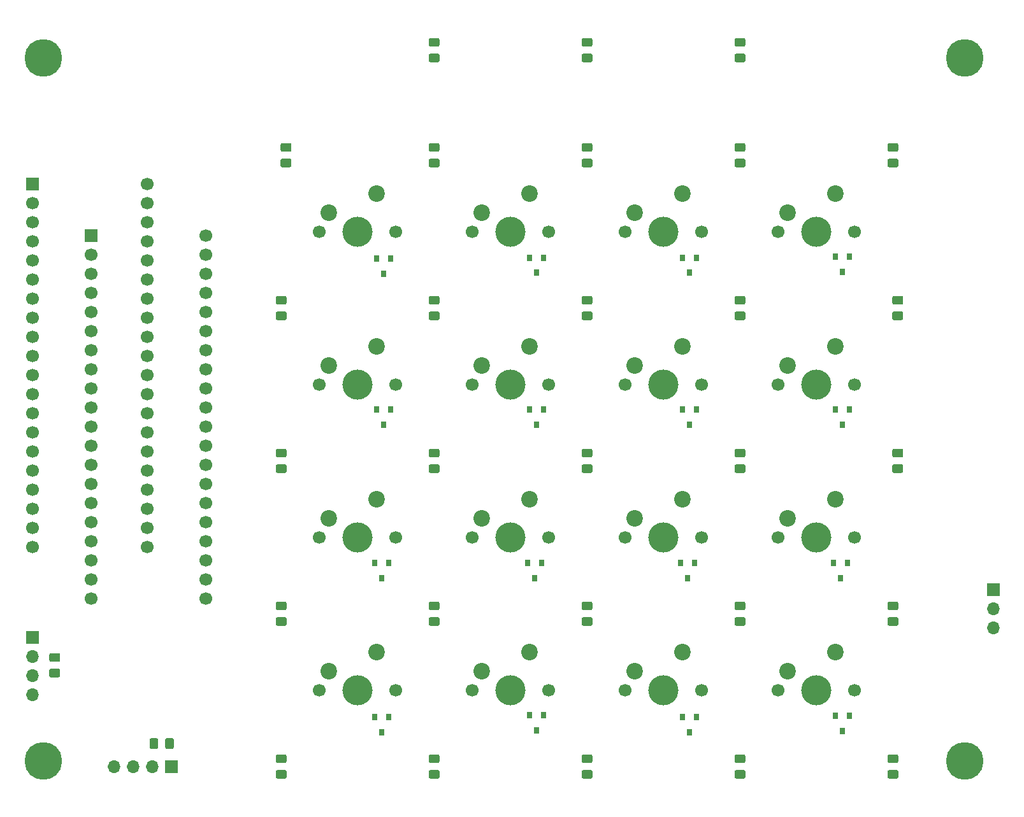
<source format=gbr>
%TF.GenerationSoftware,KiCad,Pcbnew,(5.1.9)-1*%
%TF.CreationDate,2021-04-29T15:18:10+10:00*%
%TF.ProjectId,MiniKeyboard,4d696e69-4b65-4796-926f-6172642e6b69,rev?*%
%TF.SameCoordinates,Original*%
%TF.FileFunction,Soldermask,Bot*%
%TF.FilePolarity,Negative*%
%FSLAX46Y46*%
G04 Gerber Fmt 4.6, Leading zero omitted, Abs format (unit mm)*
G04 Created by KiCad (PCBNEW (5.1.9)-1) date 2021-04-29 15:18:10*
%MOMM*%
%LPD*%
G01*
G04 APERTURE LIST*
%ADD10R,0.800000X0.900000*%
%ADD11R,1.700000X1.700000*%
%ADD12C,1.700000*%
%ADD13C,4.000000*%
%ADD14C,2.200000*%
%ADD15O,1.700000X1.700000*%
%ADD16C,5.000000*%
G04 APERTURE END LIST*
D10*
%TO.C,D44*%
X203454000Y-141335000D03*
X204404000Y-139335000D03*
X202504000Y-139335000D03*
%TD*%
%TO.C,D43*%
X183134000Y-141462000D03*
X184084000Y-139462000D03*
X182184000Y-139462000D03*
%TD*%
%TO.C,D42*%
X162814000Y-141208000D03*
X163764000Y-139208000D03*
X161864000Y-139208000D03*
%TD*%
%TO.C,D41*%
X142240000Y-141462000D03*
X143190000Y-139462000D03*
X141290000Y-139462000D03*
%TD*%
%TO.C,D35*%
X203200000Y-121015000D03*
X204150000Y-119015000D03*
X202250000Y-119015000D03*
%TD*%
%TO.C,D34*%
X182880000Y-121015000D03*
X183830000Y-119015000D03*
X181930000Y-119015000D03*
%TD*%
%TO.C,D33*%
X162560000Y-121015000D03*
X163510000Y-119015000D03*
X161610000Y-119015000D03*
%TD*%
%TO.C,D32*%
X142240000Y-121015000D03*
X143190000Y-119015000D03*
X141290000Y-119015000D03*
%TD*%
%TO.C,D26*%
X203454000Y-100568000D03*
X204404000Y-98568000D03*
X202504000Y-98568000D03*
%TD*%
%TO.C,D25*%
X183134000Y-100568000D03*
X184084000Y-98568000D03*
X182184000Y-98568000D03*
%TD*%
%TO.C,D24*%
X162814000Y-100568000D03*
X163764000Y-98568000D03*
X161864000Y-98568000D03*
%TD*%
%TO.C,D23*%
X142494000Y-100568000D03*
X143444000Y-98568000D03*
X141544000Y-98568000D03*
%TD*%
%TO.C,D22*%
X203454000Y-80248000D03*
X204404000Y-78248000D03*
X202504000Y-78248000D03*
%TD*%
%TO.C,D21*%
X183134000Y-80384000D03*
X184084000Y-78384000D03*
X182184000Y-78384000D03*
%TD*%
%TO.C,D20*%
X162814000Y-80384000D03*
X163764000Y-78384000D03*
X161864000Y-78384000D03*
%TD*%
%TO.C,D19*%
X142494000Y-80502000D03*
X143444000Y-78502000D03*
X141544000Y-78502000D03*
%TD*%
D11*
%TO.C,U2*%
X103625000Y-75485000D03*
D12*
X103625000Y-83105000D03*
X103625000Y-80565000D03*
X118865000Y-80565000D03*
X118865000Y-85645000D03*
X103625000Y-85645000D03*
X103625000Y-88185000D03*
X118865000Y-90725000D03*
X118865000Y-93265000D03*
X118865000Y-75485000D03*
X103625000Y-93265000D03*
X118865000Y-83105000D03*
X118865000Y-78025000D03*
X118865000Y-95805000D03*
X103625000Y-95805000D03*
X118865000Y-88185000D03*
X118865000Y-98345000D03*
X103625000Y-98345000D03*
X103625000Y-90725000D03*
X103625000Y-78025000D03*
X118865000Y-100885000D03*
X103625000Y-103425000D03*
X118865000Y-118665000D03*
X118865000Y-121205000D03*
X103625000Y-123745000D03*
X118865000Y-113585000D03*
X118865000Y-123745000D03*
X118865000Y-116125000D03*
X103625000Y-105965000D03*
X103625000Y-108505000D03*
X118865000Y-108505000D03*
X118865000Y-103425000D03*
X118865000Y-105965000D03*
X103625000Y-111045000D03*
X103625000Y-121205000D03*
X103625000Y-100885000D03*
X103625000Y-116125000D03*
X118865000Y-111045000D03*
X103625000Y-113585000D03*
X103625000Y-118665000D03*
%TD*%
%TO.C,U1*%
X95885000Y-116840000D03*
X111125000Y-116840000D03*
X95885000Y-114300000D03*
X111125000Y-114300000D03*
X95885000Y-111760000D03*
X111125000Y-111760000D03*
X95885000Y-109220000D03*
X111125000Y-109220000D03*
X95885000Y-106680000D03*
X111125000Y-106680000D03*
X95885000Y-104140000D03*
X111125000Y-104140000D03*
X95885000Y-101600000D03*
X111125000Y-101600000D03*
X95885000Y-99060000D03*
X111125000Y-99060000D03*
X95885000Y-96520000D03*
X111125000Y-96520000D03*
X95885000Y-93980000D03*
X111125000Y-93980000D03*
X95885000Y-91440000D03*
X111125000Y-91440000D03*
X95885000Y-88900000D03*
X111125000Y-88900000D03*
X95885000Y-86360000D03*
X111125000Y-86360000D03*
X95885000Y-83820000D03*
X111125000Y-83820000D03*
X95885000Y-81280000D03*
X111125000Y-81280000D03*
X95885000Y-78740000D03*
X111125000Y-78740000D03*
X95885000Y-76200000D03*
X111125000Y-76200000D03*
X95885000Y-73660000D03*
X111125000Y-73660000D03*
X95885000Y-71120000D03*
X111125000Y-71120000D03*
D11*
X95885000Y-68580000D03*
D12*
X111125000Y-68580000D03*
%TD*%
%TO.C,SW16*%
X205105000Y-135890000D03*
X194945000Y-135890000D03*
D13*
X200025000Y-135890000D03*
D14*
X196215000Y-133350000D03*
X202565000Y-130810000D03*
%TD*%
D12*
%TO.C,SW15*%
X184785000Y-135890000D03*
X174625000Y-135890000D03*
D13*
X179705000Y-135890000D03*
D14*
X175895000Y-133350000D03*
X182245000Y-130810000D03*
%TD*%
D12*
%TO.C,SW14*%
X164465000Y-135890000D03*
X154305000Y-135890000D03*
D13*
X159385000Y-135890000D03*
D14*
X155575000Y-133350000D03*
X161925000Y-130810000D03*
%TD*%
D12*
%TO.C,SW13*%
X144145000Y-135890000D03*
X133985000Y-135890000D03*
D13*
X139065000Y-135890000D03*
D14*
X135255000Y-133350000D03*
X141605000Y-130810000D03*
%TD*%
D12*
%TO.C,SW12*%
X205105000Y-115570000D03*
X194945000Y-115570000D03*
D13*
X200025000Y-115570000D03*
D14*
X196215000Y-113030000D03*
X202565000Y-110490000D03*
%TD*%
D12*
%TO.C,SW11*%
X184785000Y-115570000D03*
X174625000Y-115570000D03*
D13*
X179705000Y-115570000D03*
D14*
X175895000Y-113030000D03*
X182245000Y-110490000D03*
%TD*%
D12*
%TO.C,SW10*%
X164465000Y-115570000D03*
X154305000Y-115570000D03*
D13*
X159385000Y-115570000D03*
D14*
X155575000Y-113030000D03*
X161925000Y-110490000D03*
%TD*%
D12*
%TO.C,SW9*%
X144145000Y-115570000D03*
X133985000Y-115570000D03*
D13*
X139065000Y-115570000D03*
D14*
X135255000Y-113030000D03*
X141605000Y-110490000D03*
%TD*%
D12*
%TO.C,SW8*%
X205105000Y-95250000D03*
X194945000Y-95250000D03*
D13*
X200025000Y-95250000D03*
D14*
X196215000Y-92710000D03*
X202565000Y-90170000D03*
%TD*%
D12*
%TO.C,SW7*%
X184785000Y-95250000D03*
X174625000Y-95250000D03*
D13*
X179705000Y-95250000D03*
D14*
X175895000Y-92710000D03*
X182245000Y-90170000D03*
%TD*%
D12*
%TO.C,SW6*%
X164465000Y-95250000D03*
X154305000Y-95250000D03*
D13*
X159385000Y-95250000D03*
D14*
X155575000Y-92710000D03*
X161925000Y-90170000D03*
%TD*%
D12*
%TO.C,SW5*%
X144145000Y-95250000D03*
X133985000Y-95250000D03*
D13*
X139065000Y-95250000D03*
D14*
X135255000Y-92710000D03*
X141605000Y-90170000D03*
%TD*%
D12*
%TO.C,SW4*%
X205105000Y-74930000D03*
X194945000Y-74930000D03*
D13*
X200025000Y-74930000D03*
D14*
X196215000Y-72390000D03*
X202565000Y-69850000D03*
%TD*%
D12*
%TO.C,SW3*%
X184785000Y-74930000D03*
X174625000Y-74930000D03*
D13*
X179705000Y-74930000D03*
D14*
X175895000Y-72390000D03*
X182245000Y-69850000D03*
%TD*%
D12*
%TO.C,SW2*%
X164465000Y-74930000D03*
X154305000Y-74930000D03*
D13*
X159385000Y-74930000D03*
D14*
X155575000Y-72390000D03*
X161925000Y-69850000D03*
%TD*%
D12*
%TO.C,SW1*%
X144145000Y-74930000D03*
X133985000Y-74930000D03*
D13*
X139065000Y-74930000D03*
D14*
X135255000Y-72390000D03*
X141605000Y-69850000D03*
%TD*%
D15*
%TO.C,J3*%
X223520000Y-127635000D03*
X223520000Y-125095000D03*
D11*
X223520000Y-122555000D03*
%TD*%
D15*
%TO.C,J2*%
X95885000Y-136525000D03*
X95885000Y-133985000D03*
X95885000Y-131445000D03*
D11*
X95885000Y-128905000D03*
%TD*%
D15*
%TO.C,J1*%
X106680000Y-146050000D03*
X109220000Y-146050000D03*
X111760000Y-146050000D03*
D11*
X114300000Y-146050000D03*
%TD*%
D16*
%TO.C,H4*%
X219710000Y-51816000D03*
%TD*%
%TO.C,H3*%
X97282000Y-145288000D03*
%TD*%
%TO.C,H2*%
X97282000Y-51816000D03*
%TD*%
%TO.C,H1*%
X219710000Y-145288000D03*
%TD*%
%TO.C,C30*%
G36*
G01*
X99281000Y-132138000D02*
X98331000Y-132138000D01*
G75*
G02*
X98081000Y-131888000I0J250000D01*
G01*
X98081000Y-131213000D01*
G75*
G02*
X98331000Y-130963000I250000J0D01*
G01*
X99281000Y-130963000D01*
G75*
G02*
X99531000Y-131213000I0J-250000D01*
G01*
X99531000Y-131888000D01*
G75*
G02*
X99281000Y-132138000I-250000J0D01*
G01*
G37*
G36*
G01*
X99281000Y-134213000D02*
X98331000Y-134213000D01*
G75*
G02*
X98081000Y-133963000I0J250000D01*
G01*
X98081000Y-133288000D01*
G75*
G02*
X98331000Y-133038000I250000J0D01*
G01*
X99281000Y-133038000D01*
G75*
G02*
X99531000Y-133288000I0J-250000D01*
G01*
X99531000Y-133963000D01*
G75*
G02*
X99281000Y-134213000I-250000J0D01*
G01*
G37*
%TD*%
%TO.C,C29*%
G36*
G01*
X113480000Y-143477000D02*
X113480000Y-142527000D01*
G75*
G02*
X113730000Y-142277000I250000J0D01*
G01*
X114405000Y-142277000D01*
G75*
G02*
X114655000Y-142527000I0J-250000D01*
G01*
X114655000Y-143477000D01*
G75*
G02*
X114405000Y-143727000I-250000J0D01*
G01*
X113730000Y-143727000D01*
G75*
G02*
X113480000Y-143477000I0J250000D01*
G01*
G37*
G36*
G01*
X111405000Y-143477000D02*
X111405000Y-142527000D01*
G75*
G02*
X111655000Y-142277000I250000J0D01*
G01*
X112330000Y-142277000D01*
G75*
G02*
X112580000Y-142527000I0J-250000D01*
G01*
X112580000Y-143477000D01*
G75*
G02*
X112330000Y-143727000I-250000J0D01*
G01*
X111655000Y-143727000D01*
G75*
G02*
X111405000Y-143477000I0J250000D01*
G01*
G37*
%TD*%
%TO.C,C28*%
G36*
G01*
X209710000Y-146500000D02*
X210660000Y-146500000D01*
G75*
G02*
X210910000Y-146750000I0J-250000D01*
G01*
X210910000Y-147425000D01*
G75*
G02*
X210660000Y-147675000I-250000J0D01*
G01*
X209710000Y-147675000D01*
G75*
G02*
X209460000Y-147425000I0J250000D01*
G01*
X209460000Y-146750000D01*
G75*
G02*
X209710000Y-146500000I250000J0D01*
G01*
G37*
G36*
G01*
X209710000Y-144425000D02*
X210660000Y-144425000D01*
G75*
G02*
X210910000Y-144675000I0J-250000D01*
G01*
X210910000Y-145350000D01*
G75*
G02*
X210660000Y-145600000I-250000J0D01*
G01*
X209710000Y-145600000D01*
G75*
G02*
X209460000Y-145350000I0J250000D01*
G01*
X209460000Y-144675000D01*
G75*
G02*
X209710000Y-144425000I250000J0D01*
G01*
G37*
%TD*%
%TO.C,C27*%
G36*
G01*
X189390000Y-146500000D02*
X190340000Y-146500000D01*
G75*
G02*
X190590000Y-146750000I0J-250000D01*
G01*
X190590000Y-147425000D01*
G75*
G02*
X190340000Y-147675000I-250000J0D01*
G01*
X189390000Y-147675000D01*
G75*
G02*
X189140000Y-147425000I0J250000D01*
G01*
X189140000Y-146750000D01*
G75*
G02*
X189390000Y-146500000I250000J0D01*
G01*
G37*
G36*
G01*
X189390000Y-144425000D02*
X190340000Y-144425000D01*
G75*
G02*
X190590000Y-144675000I0J-250000D01*
G01*
X190590000Y-145350000D01*
G75*
G02*
X190340000Y-145600000I-250000J0D01*
G01*
X189390000Y-145600000D01*
G75*
G02*
X189140000Y-145350000I0J250000D01*
G01*
X189140000Y-144675000D01*
G75*
G02*
X189390000Y-144425000I250000J0D01*
G01*
G37*
%TD*%
%TO.C,C26*%
G36*
G01*
X169070000Y-146500000D02*
X170020000Y-146500000D01*
G75*
G02*
X170270000Y-146750000I0J-250000D01*
G01*
X170270000Y-147425000D01*
G75*
G02*
X170020000Y-147675000I-250000J0D01*
G01*
X169070000Y-147675000D01*
G75*
G02*
X168820000Y-147425000I0J250000D01*
G01*
X168820000Y-146750000D01*
G75*
G02*
X169070000Y-146500000I250000J0D01*
G01*
G37*
G36*
G01*
X169070000Y-144425000D02*
X170020000Y-144425000D01*
G75*
G02*
X170270000Y-144675000I0J-250000D01*
G01*
X170270000Y-145350000D01*
G75*
G02*
X170020000Y-145600000I-250000J0D01*
G01*
X169070000Y-145600000D01*
G75*
G02*
X168820000Y-145350000I0J250000D01*
G01*
X168820000Y-144675000D01*
G75*
G02*
X169070000Y-144425000I250000J0D01*
G01*
G37*
%TD*%
%TO.C,C25*%
G36*
G01*
X148750000Y-146500000D02*
X149700000Y-146500000D01*
G75*
G02*
X149950000Y-146750000I0J-250000D01*
G01*
X149950000Y-147425000D01*
G75*
G02*
X149700000Y-147675000I-250000J0D01*
G01*
X148750000Y-147675000D01*
G75*
G02*
X148500000Y-147425000I0J250000D01*
G01*
X148500000Y-146750000D01*
G75*
G02*
X148750000Y-146500000I250000J0D01*
G01*
G37*
G36*
G01*
X148750000Y-144425000D02*
X149700000Y-144425000D01*
G75*
G02*
X149950000Y-144675000I0J-250000D01*
G01*
X149950000Y-145350000D01*
G75*
G02*
X149700000Y-145600000I-250000J0D01*
G01*
X148750000Y-145600000D01*
G75*
G02*
X148500000Y-145350000I0J250000D01*
G01*
X148500000Y-144675000D01*
G75*
G02*
X148750000Y-144425000I250000J0D01*
G01*
G37*
%TD*%
%TO.C,C24*%
G36*
G01*
X128430000Y-146500000D02*
X129380000Y-146500000D01*
G75*
G02*
X129630000Y-146750000I0J-250000D01*
G01*
X129630000Y-147425000D01*
G75*
G02*
X129380000Y-147675000I-250000J0D01*
G01*
X128430000Y-147675000D01*
G75*
G02*
X128180000Y-147425000I0J250000D01*
G01*
X128180000Y-146750000D01*
G75*
G02*
X128430000Y-146500000I250000J0D01*
G01*
G37*
G36*
G01*
X128430000Y-144425000D02*
X129380000Y-144425000D01*
G75*
G02*
X129630000Y-144675000I0J-250000D01*
G01*
X129630000Y-145350000D01*
G75*
G02*
X129380000Y-145600000I-250000J0D01*
G01*
X128430000Y-145600000D01*
G75*
G02*
X128180000Y-145350000I0J250000D01*
G01*
X128180000Y-144675000D01*
G75*
G02*
X128430000Y-144425000I250000J0D01*
G01*
G37*
%TD*%
%TO.C,C23*%
G36*
G01*
X209710000Y-126180000D02*
X210660000Y-126180000D01*
G75*
G02*
X210910000Y-126430000I0J-250000D01*
G01*
X210910000Y-127105000D01*
G75*
G02*
X210660000Y-127355000I-250000J0D01*
G01*
X209710000Y-127355000D01*
G75*
G02*
X209460000Y-127105000I0J250000D01*
G01*
X209460000Y-126430000D01*
G75*
G02*
X209710000Y-126180000I250000J0D01*
G01*
G37*
G36*
G01*
X209710000Y-124105000D02*
X210660000Y-124105000D01*
G75*
G02*
X210910000Y-124355000I0J-250000D01*
G01*
X210910000Y-125030000D01*
G75*
G02*
X210660000Y-125280000I-250000J0D01*
G01*
X209710000Y-125280000D01*
G75*
G02*
X209460000Y-125030000I0J250000D01*
G01*
X209460000Y-124355000D01*
G75*
G02*
X209710000Y-124105000I250000J0D01*
G01*
G37*
%TD*%
%TO.C,C22*%
G36*
G01*
X189390000Y-126180000D02*
X190340000Y-126180000D01*
G75*
G02*
X190590000Y-126430000I0J-250000D01*
G01*
X190590000Y-127105000D01*
G75*
G02*
X190340000Y-127355000I-250000J0D01*
G01*
X189390000Y-127355000D01*
G75*
G02*
X189140000Y-127105000I0J250000D01*
G01*
X189140000Y-126430000D01*
G75*
G02*
X189390000Y-126180000I250000J0D01*
G01*
G37*
G36*
G01*
X189390000Y-124105000D02*
X190340000Y-124105000D01*
G75*
G02*
X190590000Y-124355000I0J-250000D01*
G01*
X190590000Y-125030000D01*
G75*
G02*
X190340000Y-125280000I-250000J0D01*
G01*
X189390000Y-125280000D01*
G75*
G02*
X189140000Y-125030000I0J250000D01*
G01*
X189140000Y-124355000D01*
G75*
G02*
X189390000Y-124105000I250000J0D01*
G01*
G37*
%TD*%
%TO.C,C21*%
G36*
G01*
X169070000Y-126180000D02*
X170020000Y-126180000D01*
G75*
G02*
X170270000Y-126430000I0J-250000D01*
G01*
X170270000Y-127105000D01*
G75*
G02*
X170020000Y-127355000I-250000J0D01*
G01*
X169070000Y-127355000D01*
G75*
G02*
X168820000Y-127105000I0J250000D01*
G01*
X168820000Y-126430000D01*
G75*
G02*
X169070000Y-126180000I250000J0D01*
G01*
G37*
G36*
G01*
X169070000Y-124105000D02*
X170020000Y-124105000D01*
G75*
G02*
X170270000Y-124355000I0J-250000D01*
G01*
X170270000Y-125030000D01*
G75*
G02*
X170020000Y-125280000I-250000J0D01*
G01*
X169070000Y-125280000D01*
G75*
G02*
X168820000Y-125030000I0J250000D01*
G01*
X168820000Y-124355000D01*
G75*
G02*
X169070000Y-124105000I250000J0D01*
G01*
G37*
%TD*%
%TO.C,C20*%
G36*
G01*
X148750000Y-126180000D02*
X149700000Y-126180000D01*
G75*
G02*
X149950000Y-126430000I0J-250000D01*
G01*
X149950000Y-127105000D01*
G75*
G02*
X149700000Y-127355000I-250000J0D01*
G01*
X148750000Y-127355000D01*
G75*
G02*
X148500000Y-127105000I0J250000D01*
G01*
X148500000Y-126430000D01*
G75*
G02*
X148750000Y-126180000I250000J0D01*
G01*
G37*
G36*
G01*
X148750000Y-124105000D02*
X149700000Y-124105000D01*
G75*
G02*
X149950000Y-124355000I0J-250000D01*
G01*
X149950000Y-125030000D01*
G75*
G02*
X149700000Y-125280000I-250000J0D01*
G01*
X148750000Y-125280000D01*
G75*
G02*
X148500000Y-125030000I0J250000D01*
G01*
X148500000Y-124355000D01*
G75*
G02*
X148750000Y-124105000I250000J0D01*
G01*
G37*
%TD*%
%TO.C,C19*%
G36*
G01*
X128430000Y-126180000D02*
X129380000Y-126180000D01*
G75*
G02*
X129630000Y-126430000I0J-250000D01*
G01*
X129630000Y-127105000D01*
G75*
G02*
X129380000Y-127355000I-250000J0D01*
G01*
X128430000Y-127355000D01*
G75*
G02*
X128180000Y-127105000I0J250000D01*
G01*
X128180000Y-126430000D01*
G75*
G02*
X128430000Y-126180000I250000J0D01*
G01*
G37*
G36*
G01*
X128430000Y-124105000D02*
X129380000Y-124105000D01*
G75*
G02*
X129630000Y-124355000I0J-250000D01*
G01*
X129630000Y-125030000D01*
G75*
G02*
X129380000Y-125280000I-250000J0D01*
G01*
X128430000Y-125280000D01*
G75*
G02*
X128180000Y-125030000I0J250000D01*
G01*
X128180000Y-124355000D01*
G75*
G02*
X128430000Y-124105000I250000J0D01*
G01*
G37*
%TD*%
%TO.C,C18*%
G36*
G01*
X210345000Y-105860000D02*
X211295000Y-105860000D01*
G75*
G02*
X211545000Y-106110000I0J-250000D01*
G01*
X211545000Y-106785000D01*
G75*
G02*
X211295000Y-107035000I-250000J0D01*
G01*
X210345000Y-107035000D01*
G75*
G02*
X210095000Y-106785000I0J250000D01*
G01*
X210095000Y-106110000D01*
G75*
G02*
X210345000Y-105860000I250000J0D01*
G01*
G37*
G36*
G01*
X210345000Y-103785000D02*
X211295000Y-103785000D01*
G75*
G02*
X211545000Y-104035000I0J-250000D01*
G01*
X211545000Y-104710000D01*
G75*
G02*
X211295000Y-104960000I-250000J0D01*
G01*
X210345000Y-104960000D01*
G75*
G02*
X210095000Y-104710000I0J250000D01*
G01*
X210095000Y-104035000D01*
G75*
G02*
X210345000Y-103785000I250000J0D01*
G01*
G37*
%TD*%
%TO.C,C17*%
G36*
G01*
X189390000Y-105860000D02*
X190340000Y-105860000D01*
G75*
G02*
X190590000Y-106110000I0J-250000D01*
G01*
X190590000Y-106785000D01*
G75*
G02*
X190340000Y-107035000I-250000J0D01*
G01*
X189390000Y-107035000D01*
G75*
G02*
X189140000Y-106785000I0J250000D01*
G01*
X189140000Y-106110000D01*
G75*
G02*
X189390000Y-105860000I250000J0D01*
G01*
G37*
G36*
G01*
X189390000Y-103785000D02*
X190340000Y-103785000D01*
G75*
G02*
X190590000Y-104035000I0J-250000D01*
G01*
X190590000Y-104710000D01*
G75*
G02*
X190340000Y-104960000I-250000J0D01*
G01*
X189390000Y-104960000D01*
G75*
G02*
X189140000Y-104710000I0J250000D01*
G01*
X189140000Y-104035000D01*
G75*
G02*
X189390000Y-103785000I250000J0D01*
G01*
G37*
%TD*%
%TO.C,C16*%
G36*
G01*
X169070000Y-105860000D02*
X170020000Y-105860000D01*
G75*
G02*
X170270000Y-106110000I0J-250000D01*
G01*
X170270000Y-106785000D01*
G75*
G02*
X170020000Y-107035000I-250000J0D01*
G01*
X169070000Y-107035000D01*
G75*
G02*
X168820000Y-106785000I0J250000D01*
G01*
X168820000Y-106110000D01*
G75*
G02*
X169070000Y-105860000I250000J0D01*
G01*
G37*
G36*
G01*
X169070000Y-103785000D02*
X170020000Y-103785000D01*
G75*
G02*
X170270000Y-104035000I0J-250000D01*
G01*
X170270000Y-104710000D01*
G75*
G02*
X170020000Y-104960000I-250000J0D01*
G01*
X169070000Y-104960000D01*
G75*
G02*
X168820000Y-104710000I0J250000D01*
G01*
X168820000Y-104035000D01*
G75*
G02*
X169070000Y-103785000I250000J0D01*
G01*
G37*
%TD*%
%TO.C,C15*%
G36*
G01*
X148750000Y-105860000D02*
X149700000Y-105860000D01*
G75*
G02*
X149950000Y-106110000I0J-250000D01*
G01*
X149950000Y-106785000D01*
G75*
G02*
X149700000Y-107035000I-250000J0D01*
G01*
X148750000Y-107035000D01*
G75*
G02*
X148500000Y-106785000I0J250000D01*
G01*
X148500000Y-106110000D01*
G75*
G02*
X148750000Y-105860000I250000J0D01*
G01*
G37*
G36*
G01*
X148750000Y-103785000D02*
X149700000Y-103785000D01*
G75*
G02*
X149950000Y-104035000I0J-250000D01*
G01*
X149950000Y-104710000D01*
G75*
G02*
X149700000Y-104960000I-250000J0D01*
G01*
X148750000Y-104960000D01*
G75*
G02*
X148500000Y-104710000I0J250000D01*
G01*
X148500000Y-104035000D01*
G75*
G02*
X148750000Y-103785000I250000J0D01*
G01*
G37*
%TD*%
%TO.C,C14*%
G36*
G01*
X128430000Y-105860000D02*
X129380000Y-105860000D01*
G75*
G02*
X129630000Y-106110000I0J-250000D01*
G01*
X129630000Y-106785000D01*
G75*
G02*
X129380000Y-107035000I-250000J0D01*
G01*
X128430000Y-107035000D01*
G75*
G02*
X128180000Y-106785000I0J250000D01*
G01*
X128180000Y-106110000D01*
G75*
G02*
X128430000Y-105860000I250000J0D01*
G01*
G37*
G36*
G01*
X128430000Y-103785000D02*
X129380000Y-103785000D01*
G75*
G02*
X129630000Y-104035000I0J-250000D01*
G01*
X129630000Y-104710000D01*
G75*
G02*
X129380000Y-104960000I-250000J0D01*
G01*
X128430000Y-104960000D01*
G75*
G02*
X128180000Y-104710000I0J250000D01*
G01*
X128180000Y-104035000D01*
G75*
G02*
X128430000Y-103785000I250000J0D01*
G01*
G37*
%TD*%
%TO.C,C13*%
G36*
G01*
X210345000Y-85540000D02*
X211295000Y-85540000D01*
G75*
G02*
X211545000Y-85790000I0J-250000D01*
G01*
X211545000Y-86465000D01*
G75*
G02*
X211295000Y-86715000I-250000J0D01*
G01*
X210345000Y-86715000D01*
G75*
G02*
X210095000Y-86465000I0J250000D01*
G01*
X210095000Y-85790000D01*
G75*
G02*
X210345000Y-85540000I250000J0D01*
G01*
G37*
G36*
G01*
X210345000Y-83465000D02*
X211295000Y-83465000D01*
G75*
G02*
X211545000Y-83715000I0J-250000D01*
G01*
X211545000Y-84390000D01*
G75*
G02*
X211295000Y-84640000I-250000J0D01*
G01*
X210345000Y-84640000D01*
G75*
G02*
X210095000Y-84390000I0J250000D01*
G01*
X210095000Y-83715000D01*
G75*
G02*
X210345000Y-83465000I250000J0D01*
G01*
G37*
%TD*%
%TO.C,C12*%
G36*
G01*
X189390000Y-85540000D02*
X190340000Y-85540000D01*
G75*
G02*
X190590000Y-85790000I0J-250000D01*
G01*
X190590000Y-86465000D01*
G75*
G02*
X190340000Y-86715000I-250000J0D01*
G01*
X189390000Y-86715000D01*
G75*
G02*
X189140000Y-86465000I0J250000D01*
G01*
X189140000Y-85790000D01*
G75*
G02*
X189390000Y-85540000I250000J0D01*
G01*
G37*
G36*
G01*
X189390000Y-83465000D02*
X190340000Y-83465000D01*
G75*
G02*
X190590000Y-83715000I0J-250000D01*
G01*
X190590000Y-84390000D01*
G75*
G02*
X190340000Y-84640000I-250000J0D01*
G01*
X189390000Y-84640000D01*
G75*
G02*
X189140000Y-84390000I0J250000D01*
G01*
X189140000Y-83715000D01*
G75*
G02*
X189390000Y-83465000I250000J0D01*
G01*
G37*
%TD*%
%TO.C,C11*%
G36*
G01*
X169070000Y-85540000D02*
X170020000Y-85540000D01*
G75*
G02*
X170270000Y-85790000I0J-250000D01*
G01*
X170270000Y-86465000D01*
G75*
G02*
X170020000Y-86715000I-250000J0D01*
G01*
X169070000Y-86715000D01*
G75*
G02*
X168820000Y-86465000I0J250000D01*
G01*
X168820000Y-85790000D01*
G75*
G02*
X169070000Y-85540000I250000J0D01*
G01*
G37*
G36*
G01*
X169070000Y-83465000D02*
X170020000Y-83465000D01*
G75*
G02*
X170270000Y-83715000I0J-250000D01*
G01*
X170270000Y-84390000D01*
G75*
G02*
X170020000Y-84640000I-250000J0D01*
G01*
X169070000Y-84640000D01*
G75*
G02*
X168820000Y-84390000I0J250000D01*
G01*
X168820000Y-83715000D01*
G75*
G02*
X169070000Y-83465000I250000J0D01*
G01*
G37*
%TD*%
%TO.C,C10*%
G36*
G01*
X148750000Y-85540000D02*
X149700000Y-85540000D01*
G75*
G02*
X149950000Y-85790000I0J-250000D01*
G01*
X149950000Y-86465000D01*
G75*
G02*
X149700000Y-86715000I-250000J0D01*
G01*
X148750000Y-86715000D01*
G75*
G02*
X148500000Y-86465000I0J250000D01*
G01*
X148500000Y-85790000D01*
G75*
G02*
X148750000Y-85540000I250000J0D01*
G01*
G37*
G36*
G01*
X148750000Y-83465000D02*
X149700000Y-83465000D01*
G75*
G02*
X149950000Y-83715000I0J-250000D01*
G01*
X149950000Y-84390000D01*
G75*
G02*
X149700000Y-84640000I-250000J0D01*
G01*
X148750000Y-84640000D01*
G75*
G02*
X148500000Y-84390000I0J250000D01*
G01*
X148500000Y-83715000D01*
G75*
G02*
X148750000Y-83465000I250000J0D01*
G01*
G37*
%TD*%
%TO.C,C9*%
G36*
G01*
X128430000Y-85540000D02*
X129380000Y-85540000D01*
G75*
G02*
X129630000Y-85790000I0J-250000D01*
G01*
X129630000Y-86465000D01*
G75*
G02*
X129380000Y-86715000I-250000J0D01*
G01*
X128430000Y-86715000D01*
G75*
G02*
X128180000Y-86465000I0J250000D01*
G01*
X128180000Y-85790000D01*
G75*
G02*
X128430000Y-85540000I250000J0D01*
G01*
G37*
G36*
G01*
X128430000Y-83465000D02*
X129380000Y-83465000D01*
G75*
G02*
X129630000Y-83715000I0J-250000D01*
G01*
X129630000Y-84390000D01*
G75*
G02*
X129380000Y-84640000I-250000J0D01*
G01*
X128430000Y-84640000D01*
G75*
G02*
X128180000Y-84390000I0J250000D01*
G01*
X128180000Y-83715000D01*
G75*
G02*
X128430000Y-83465000I250000J0D01*
G01*
G37*
%TD*%
%TO.C,C8*%
G36*
G01*
X209710000Y-65220000D02*
X210660000Y-65220000D01*
G75*
G02*
X210910000Y-65470000I0J-250000D01*
G01*
X210910000Y-66145000D01*
G75*
G02*
X210660000Y-66395000I-250000J0D01*
G01*
X209710000Y-66395000D01*
G75*
G02*
X209460000Y-66145000I0J250000D01*
G01*
X209460000Y-65470000D01*
G75*
G02*
X209710000Y-65220000I250000J0D01*
G01*
G37*
G36*
G01*
X209710000Y-63145000D02*
X210660000Y-63145000D01*
G75*
G02*
X210910000Y-63395000I0J-250000D01*
G01*
X210910000Y-64070000D01*
G75*
G02*
X210660000Y-64320000I-250000J0D01*
G01*
X209710000Y-64320000D01*
G75*
G02*
X209460000Y-64070000I0J250000D01*
G01*
X209460000Y-63395000D01*
G75*
G02*
X209710000Y-63145000I250000J0D01*
G01*
G37*
%TD*%
%TO.C,C7*%
G36*
G01*
X189390000Y-65220000D02*
X190340000Y-65220000D01*
G75*
G02*
X190590000Y-65470000I0J-250000D01*
G01*
X190590000Y-66145000D01*
G75*
G02*
X190340000Y-66395000I-250000J0D01*
G01*
X189390000Y-66395000D01*
G75*
G02*
X189140000Y-66145000I0J250000D01*
G01*
X189140000Y-65470000D01*
G75*
G02*
X189390000Y-65220000I250000J0D01*
G01*
G37*
G36*
G01*
X189390000Y-63145000D02*
X190340000Y-63145000D01*
G75*
G02*
X190590000Y-63395000I0J-250000D01*
G01*
X190590000Y-64070000D01*
G75*
G02*
X190340000Y-64320000I-250000J0D01*
G01*
X189390000Y-64320000D01*
G75*
G02*
X189140000Y-64070000I0J250000D01*
G01*
X189140000Y-63395000D01*
G75*
G02*
X189390000Y-63145000I250000J0D01*
G01*
G37*
%TD*%
%TO.C,C6*%
G36*
G01*
X169070000Y-65220000D02*
X170020000Y-65220000D01*
G75*
G02*
X170270000Y-65470000I0J-250000D01*
G01*
X170270000Y-66145000D01*
G75*
G02*
X170020000Y-66395000I-250000J0D01*
G01*
X169070000Y-66395000D01*
G75*
G02*
X168820000Y-66145000I0J250000D01*
G01*
X168820000Y-65470000D01*
G75*
G02*
X169070000Y-65220000I250000J0D01*
G01*
G37*
G36*
G01*
X169070000Y-63145000D02*
X170020000Y-63145000D01*
G75*
G02*
X170270000Y-63395000I0J-250000D01*
G01*
X170270000Y-64070000D01*
G75*
G02*
X170020000Y-64320000I-250000J0D01*
G01*
X169070000Y-64320000D01*
G75*
G02*
X168820000Y-64070000I0J250000D01*
G01*
X168820000Y-63395000D01*
G75*
G02*
X169070000Y-63145000I250000J0D01*
G01*
G37*
%TD*%
%TO.C,C5*%
G36*
G01*
X148750000Y-65220000D02*
X149700000Y-65220000D01*
G75*
G02*
X149950000Y-65470000I0J-250000D01*
G01*
X149950000Y-66145000D01*
G75*
G02*
X149700000Y-66395000I-250000J0D01*
G01*
X148750000Y-66395000D01*
G75*
G02*
X148500000Y-66145000I0J250000D01*
G01*
X148500000Y-65470000D01*
G75*
G02*
X148750000Y-65220000I250000J0D01*
G01*
G37*
G36*
G01*
X148750000Y-63145000D02*
X149700000Y-63145000D01*
G75*
G02*
X149950000Y-63395000I0J-250000D01*
G01*
X149950000Y-64070000D01*
G75*
G02*
X149700000Y-64320000I-250000J0D01*
G01*
X148750000Y-64320000D01*
G75*
G02*
X148500000Y-64070000I0J250000D01*
G01*
X148500000Y-63395000D01*
G75*
G02*
X148750000Y-63145000I250000J0D01*
G01*
G37*
%TD*%
%TO.C,C4*%
G36*
G01*
X129065000Y-65220000D02*
X130015000Y-65220000D01*
G75*
G02*
X130265000Y-65470000I0J-250000D01*
G01*
X130265000Y-66145000D01*
G75*
G02*
X130015000Y-66395000I-250000J0D01*
G01*
X129065000Y-66395000D01*
G75*
G02*
X128815000Y-66145000I0J250000D01*
G01*
X128815000Y-65470000D01*
G75*
G02*
X129065000Y-65220000I250000J0D01*
G01*
G37*
G36*
G01*
X129065000Y-63145000D02*
X130015000Y-63145000D01*
G75*
G02*
X130265000Y-63395000I0J-250000D01*
G01*
X130265000Y-64070000D01*
G75*
G02*
X130015000Y-64320000I-250000J0D01*
G01*
X129065000Y-64320000D01*
G75*
G02*
X128815000Y-64070000I0J250000D01*
G01*
X128815000Y-63395000D01*
G75*
G02*
X129065000Y-63145000I250000J0D01*
G01*
G37*
%TD*%
%TO.C,C3*%
G36*
G01*
X189390000Y-51250000D02*
X190340000Y-51250000D01*
G75*
G02*
X190590000Y-51500000I0J-250000D01*
G01*
X190590000Y-52175000D01*
G75*
G02*
X190340000Y-52425000I-250000J0D01*
G01*
X189390000Y-52425000D01*
G75*
G02*
X189140000Y-52175000I0J250000D01*
G01*
X189140000Y-51500000D01*
G75*
G02*
X189390000Y-51250000I250000J0D01*
G01*
G37*
G36*
G01*
X189390000Y-49175000D02*
X190340000Y-49175000D01*
G75*
G02*
X190590000Y-49425000I0J-250000D01*
G01*
X190590000Y-50100000D01*
G75*
G02*
X190340000Y-50350000I-250000J0D01*
G01*
X189390000Y-50350000D01*
G75*
G02*
X189140000Y-50100000I0J250000D01*
G01*
X189140000Y-49425000D01*
G75*
G02*
X189390000Y-49175000I250000J0D01*
G01*
G37*
%TD*%
%TO.C,C2*%
G36*
G01*
X169070000Y-51250000D02*
X170020000Y-51250000D01*
G75*
G02*
X170270000Y-51500000I0J-250000D01*
G01*
X170270000Y-52175000D01*
G75*
G02*
X170020000Y-52425000I-250000J0D01*
G01*
X169070000Y-52425000D01*
G75*
G02*
X168820000Y-52175000I0J250000D01*
G01*
X168820000Y-51500000D01*
G75*
G02*
X169070000Y-51250000I250000J0D01*
G01*
G37*
G36*
G01*
X169070000Y-49175000D02*
X170020000Y-49175000D01*
G75*
G02*
X170270000Y-49425000I0J-250000D01*
G01*
X170270000Y-50100000D01*
G75*
G02*
X170020000Y-50350000I-250000J0D01*
G01*
X169070000Y-50350000D01*
G75*
G02*
X168820000Y-50100000I0J250000D01*
G01*
X168820000Y-49425000D01*
G75*
G02*
X169070000Y-49175000I250000J0D01*
G01*
G37*
%TD*%
%TO.C,C1*%
G36*
G01*
X148750000Y-51250000D02*
X149700000Y-51250000D01*
G75*
G02*
X149950000Y-51500000I0J-250000D01*
G01*
X149950000Y-52175000D01*
G75*
G02*
X149700000Y-52425000I-250000J0D01*
G01*
X148750000Y-52425000D01*
G75*
G02*
X148500000Y-52175000I0J250000D01*
G01*
X148500000Y-51500000D01*
G75*
G02*
X148750000Y-51250000I250000J0D01*
G01*
G37*
G36*
G01*
X148750000Y-49175000D02*
X149700000Y-49175000D01*
G75*
G02*
X149950000Y-49425000I0J-250000D01*
G01*
X149950000Y-50100000D01*
G75*
G02*
X149700000Y-50350000I-250000J0D01*
G01*
X148750000Y-50350000D01*
G75*
G02*
X148500000Y-50100000I0J250000D01*
G01*
X148500000Y-49425000D01*
G75*
G02*
X148750000Y-49175000I250000J0D01*
G01*
G37*
%TD*%
M02*

</source>
